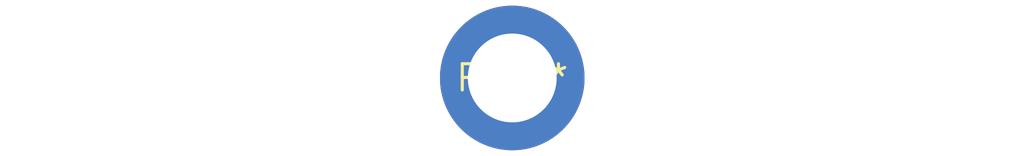
<source format=kicad_pcb>
(kicad_pcb (version 20240108) (generator pcbnew)
  (layers (0 "F.Cu" signal) (31 "B.Cu" signal) (34 "B.Paste" user) (35 "F.Paste" user) (36 "B.SilkS" user "B.Silkscreen") (37 "F.SilkS" user "F.Silkscreen") (38 "B.Mask" user) (39 "F.Mask" user) (44 "Edge.Cuts" user))
  (net 0 "")
  (footprint "MountingHole_4.3mm_M4_ISO14580_Pad_TopBottom" (layer "F.Cu") (at 0 0)
    (property "Reference" "REF**")
    (property "Value" "MountingHole_4.3mm_M4_ISO14580_Pad_TopBottom")
    (pad "1" thru_hole circle (at 0 0) (size 4.7 4.7) (drill 4.3) (layers *.Cu *.Mask) (remove_unused_layers))
    (pad "1" connect circle (at 0 0) (size 7 7) (layers "F.Cu" "F.Mask"))
    (pad "1" connect circle (at 0 0) (size 7 7) (layers "B.Cu" "B.Mask"))
  )
)
</source>
